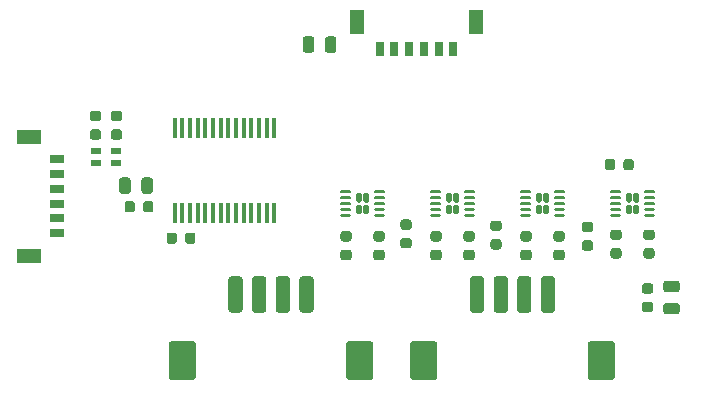
<source format=gbr>
%TF.GenerationSoftware,KiCad,Pcbnew,5.1.6-1.fc32*%
%TF.CreationDate,2020-07-03T14:53:20+01:00*%
%TF.ProjectId,4dc,3464632e-6b69-4636-9164-5f7063625858,rev?*%
%TF.SameCoordinates,Original*%
%TF.FileFunction,Paste,Top*%
%TF.FilePolarity,Positive*%
%FSLAX46Y46*%
G04 Gerber Fmt 4.6, Leading zero omitted, Abs format (unit mm)*
G04 Created by KiCad (PCBNEW 5.1.6-1.fc32) date 2020-07-03 14:53:20*
%MOMM*%
%LPD*%
G01*
G04 APERTURE LIST*
%ADD10R,0.450000X1.750000*%
%ADD11R,2.150000X1.300000*%
%ADD12R,1.200000X0.800000*%
%ADD13R,1.300000X2.150000*%
%ADD14R,0.800000X1.200000*%
%ADD15R,0.850000X0.500000*%
G04 APERTURE END LIST*
%TO.C,C3*%
G36*
G01*
X117887000Y-94866750D02*
X117887000Y-95379250D01*
G75*
G02*
X117668250Y-95598000I-218750J0D01*
G01*
X117230750Y-95598000D01*
G75*
G02*
X117012000Y-95379250I0J218750D01*
G01*
X117012000Y-94866750D01*
G75*
G02*
X117230750Y-94648000I218750J0D01*
G01*
X117668250Y-94648000D01*
G75*
G02*
X117887000Y-94866750I0J-218750D01*
G01*
G37*
G36*
G01*
X119462000Y-94866750D02*
X119462000Y-95379250D01*
G75*
G02*
X119243250Y-95598000I-218750J0D01*
G01*
X118805750Y-95598000D01*
G75*
G02*
X118587000Y-95379250I0J218750D01*
G01*
X118587000Y-94866750D01*
G75*
G02*
X118805750Y-94648000I218750J0D01*
G01*
X119243250Y-94648000D01*
G75*
G02*
X119462000Y-94866750I0J-218750D01*
G01*
G37*
%TD*%
%TO.C,C2*%
G36*
G01*
X121443000Y-97533750D02*
X121443000Y-98046250D01*
G75*
G02*
X121224250Y-98265000I-218750J0D01*
G01*
X120786750Y-98265000D01*
G75*
G02*
X120568000Y-98046250I0J218750D01*
G01*
X120568000Y-97533750D01*
G75*
G02*
X120786750Y-97315000I218750J0D01*
G01*
X121224250Y-97315000D01*
G75*
G02*
X121443000Y-97533750I0J-218750D01*
G01*
G37*
G36*
G01*
X123018000Y-97533750D02*
X123018000Y-98046250D01*
G75*
G02*
X122799250Y-98265000I-218750J0D01*
G01*
X122361750Y-98265000D01*
G75*
G02*
X122143000Y-98046250I0J218750D01*
G01*
X122143000Y-97533750D01*
G75*
G02*
X122361750Y-97315000I218750J0D01*
G01*
X122799250Y-97315000D01*
G75*
G02*
X123018000Y-97533750I0J-218750D01*
G01*
G37*
%TD*%
%TO.C,U3*%
G36*
G01*
X144840000Y-95654000D02*
X144840000Y-95084000D01*
G75*
G02*
X144960000Y-94964000I120000J0D01*
G01*
X145200000Y-94964000D01*
G75*
G02*
X145320000Y-95084000I0J-120000D01*
G01*
X145320000Y-95654000D01*
G75*
G02*
X145200000Y-95774000I-120000J0D01*
G01*
X144960000Y-95774000D01*
G75*
G02*
X144840000Y-95654000I0J120000D01*
G01*
G37*
G36*
G01*
X144840000Y-94654000D02*
X144840000Y-94084000D01*
G75*
G02*
X144960000Y-93964000I120000J0D01*
G01*
X145200000Y-93964000D01*
G75*
G02*
X145320000Y-94084000I0J-120000D01*
G01*
X145320000Y-94654000D01*
G75*
G02*
X145200000Y-94774000I-120000J0D01*
G01*
X144960000Y-94774000D01*
G75*
G02*
X144840000Y-94654000I0J120000D01*
G01*
G37*
G36*
G01*
X144240000Y-95654000D02*
X144240000Y-95084000D01*
G75*
G02*
X144360000Y-94964000I120000J0D01*
G01*
X144600000Y-94964000D01*
G75*
G02*
X144720000Y-95084000I0J-120000D01*
G01*
X144720000Y-95654000D01*
G75*
G02*
X144600000Y-95774000I-120000J0D01*
G01*
X144360000Y-95774000D01*
G75*
G02*
X144240000Y-95654000I0J120000D01*
G01*
G37*
G36*
G01*
X144240000Y-94654000D02*
X144240000Y-94084000D01*
G75*
G02*
X144360000Y-93964000I120000J0D01*
G01*
X144600000Y-93964000D01*
G75*
G02*
X144720000Y-94084000I0J-120000D01*
G01*
X144720000Y-94654000D01*
G75*
G02*
X144600000Y-94774000I-120000J0D01*
G01*
X144360000Y-94774000D01*
G75*
G02*
X144240000Y-94654000I0J120000D01*
G01*
G37*
G36*
G01*
X145780000Y-93931500D02*
X145780000Y-93806500D01*
G75*
G02*
X145842500Y-93744000I62500J0D01*
G01*
X146592500Y-93744000D01*
G75*
G02*
X146655000Y-93806500I0J-62500D01*
G01*
X146655000Y-93931500D01*
G75*
G02*
X146592500Y-93994000I-62500J0D01*
G01*
X145842500Y-93994000D01*
G75*
G02*
X145780000Y-93931500I0J62500D01*
G01*
G37*
G36*
G01*
X145780000Y-94431500D02*
X145780000Y-94306500D01*
G75*
G02*
X145842500Y-94244000I62500J0D01*
G01*
X146592500Y-94244000D01*
G75*
G02*
X146655000Y-94306500I0J-62500D01*
G01*
X146655000Y-94431500D01*
G75*
G02*
X146592500Y-94494000I-62500J0D01*
G01*
X145842500Y-94494000D01*
G75*
G02*
X145780000Y-94431500I0J62500D01*
G01*
G37*
G36*
G01*
X145780000Y-94931500D02*
X145780000Y-94806500D01*
G75*
G02*
X145842500Y-94744000I62500J0D01*
G01*
X146592500Y-94744000D01*
G75*
G02*
X146655000Y-94806500I0J-62500D01*
G01*
X146655000Y-94931500D01*
G75*
G02*
X146592500Y-94994000I-62500J0D01*
G01*
X145842500Y-94994000D01*
G75*
G02*
X145780000Y-94931500I0J62500D01*
G01*
G37*
G36*
G01*
X145780000Y-95431500D02*
X145780000Y-95306500D01*
G75*
G02*
X145842500Y-95244000I62500J0D01*
G01*
X146592500Y-95244000D01*
G75*
G02*
X146655000Y-95306500I0J-62500D01*
G01*
X146655000Y-95431500D01*
G75*
G02*
X146592500Y-95494000I-62500J0D01*
G01*
X145842500Y-95494000D01*
G75*
G02*
X145780000Y-95431500I0J62500D01*
G01*
G37*
G36*
G01*
X145780000Y-95931500D02*
X145780000Y-95806500D01*
G75*
G02*
X145842500Y-95744000I62500J0D01*
G01*
X146592500Y-95744000D01*
G75*
G02*
X146655000Y-95806500I0J-62500D01*
G01*
X146655000Y-95931500D01*
G75*
G02*
X146592500Y-95994000I-62500J0D01*
G01*
X145842500Y-95994000D01*
G75*
G02*
X145780000Y-95931500I0J62500D01*
G01*
G37*
G36*
G01*
X142905000Y-95931500D02*
X142905000Y-95806500D01*
G75*
G02*
X142967500Y-95744000I62500J0D01*
G01*
X143717500Y-95744000D01*
G75*
G02*
X143780000Y-95806500I0J-62500D01*
G01*
X143780000Y-95931500D01*
G75*
G02*
X143717500Y-95994000I-62500J0D01*
G01*
X142967500Y-95994000D01*
G75*
G02*
X142905000Y-95931500I0J62500D01*
G01*
G37*
G36*
G01*
X142905000Y-95431500D02*
X142905000Y-95306500D01*
G75*
G02*
X142967500Y-95244000I62500J0D01*
G01*
X143717500Y-95244000D01*
G75*
G02*
X143780000Y-95306500I0J-62500D01*
G01*
X143780000Y-95431500D01*
G75*
G02*
X143717500Y-95494000I-62500J0D01*
G01*
X142967500Y-95494000D01*
G75*
G02*
X142905000Y-95431500I0J62500D01*
G01*
G37*
G36*
G01*
X142905000Y-94931500D02*
X142905000Y-94806500D01*
G75*
G02*
X142967500Y-94744000I62500J0D01*
G01*
X143717500Y-94744000D01*
G75*
G02*
X143780000Y-94806500I0J-62500D01*
G01*
X143780000Y-94931500D01*
G75*
G02*
X143717500Y-94994000I-62500J0D01*
G01*
X142967500Y-94994000D01*
G75*
G02*
X142905000Y-94931500I0J62500D01*
G01*
G37*
G36*
G01*
X142905000Y-94431500D02*
X142905000Y-94306500D01*
G75*
G02*
X142967500Y-94244000I62500J0D01*
G01*
X143717500Y-94244000D01*
G75*
G02*
X143780000Y-94306500I0J-62500D01*
G01*
X143780000Y-94431500D01*
G75*
G02*
X143717500Y-94494000I-62500J0D01*
G01*
X142967500Y-94494000D01*
G75*
G02*
X142905000Y-94431500I0J62500D01*
G01*
G37*
G36*
G01*
X142905000Y-93931500D02*
X142905000Y-93806500D01*
G75*
G02*
X142967500Y-93744000I62500J0D01*
G01*
X143717500Y-93744000D01*
G75*
G02*
X143780000Y-93806500I0J-62500D01*
G01*
X143780000Y-93931500D01*
G75*
G02*
X143717500Y-93994000I-62500J0D01*
G01*
X142967500Y-93994000D01*
G75*
G02*
X142905000Y-93931500I0J62500D01*
G01*
G37*
%TD*%
%TO.C,U4*%
G36*
G01*
X152460000Y-95654000D02*
X152460000Y-95084000D01*
G75*
G02*
X152580000Y-94964000I120000J0D01*
G01*
X152820000Y-94964000D01*
G75*
G02*
X152940000Y-95084000I0J-120000D01*
G01*
X152940000Y-95654000D01*
G75*
G02*
X152820000Y-95774000I-120000J0D01*
G01*
X152580000Y-95774000D01*
G75*
G02*
X152460000Y-95654000I0J120000D01*
G01*
G37*
G36*
G01*
X152460000Y-94654000D02*
X152460000Y-94084000D01*
G75*
G02*
X152580000Y-93964000I120000J0D01*
G01*
X152820000Y-93964000D01*
G75*
G02*
X152940000Y-94084000I0J-120000D01*
G01*
X152940000Y-94654000D01*
G75*
G02*
X152820000Y-94774000I-120000J0D01*
G01*
X152580000Y-94774000D01*
G75*
G02*
X152460000Y-94654000I0J120000D01*
G01*
G37*
G36*
G01*
X151860000Y-95654000D02*
X151860000Y-95084000D01*
G75*
G02*
X151980000Y-94964000I120000J0D01*
G01*
X152220000Y-94964000D01*
G75*
G02*
X152340000Y-95084000I0J-120000D01*
G01*
X152340000Y-95654000D01*
G75*
G02*
X152220000Y-95774000I-120000J0D01*
G01*
X151980000Y-95774000D01*
G75*
G02*
X151860000Y-95654000I0J120000D01*
G01*
G37*
G36*
G01*
X151860000Y-94654000D02*
X151860000Y-94084000D01*
G75*
G02*
X151980000Y-93964000I120000J0D01*
G01*
X152220000Y-93964000D01*
G75*
G02*
X152340000Y-94084000I0J-120000D01*
G01*
X152340000Y-94654000D01*
G75*
G02*
X152220000Y-94774000I-120000J0D01*
G01*
X151980000Y-94774000D01*
G75*
G02*
X151860000Y-94654000I0J120000D01*
G01*
G37*
G36*
G01*
X153400000Y-93931500D02*
X153400000Y-93806500D01*
G75*
G02*
X153462500Y-93744000I62500J0D01*
G01*
X154212500Y-93744000D01*
G75*
G02*
X154275000Y-93806500I0J-62500D01*
G01*
X154275000Y-93931500D01*
G75*
G02*
X154212500Y-93994000I-62500J0D01*
G01*
X153462500Y-93994000D01*
G75*
G02*
X153400000Y-93931500I0J62500D01*
G01*
G37*
G36*
G01*
X153400000Y-94431500D02*
X153400000Y-94306500D01*
G75*
G02*
X153462500Y-94244000I62500J0D01*
G01*
X154212500Y-94244000D01*
G75*
G02*
X154275000Y-94306500I0J-62500D01*
G01*
X154275000Y-94431500D01*
G75*
G02*
X154212500Y-94494000I-62500J0D01*
G01*
X153462500Y-94494000D01*
G75*
G02*
X153400000Y-94431500I0J62500D01*
G01*
G37*
G36*
G01*
X153400000Y-94931500D02*
X153400000Y-94806500D01*
G75*
G02*
X153462500Y-94744000I62500J0D01*
G01*
X154212500Y-94744000D01*
G75*
G02*
X154275000Y-94806500I0J-62500D01*
G01*
X154275000Y-94931500D01*
G75*
G02*
X154212500Y-94994000I-62500J0D01*
G01*
X153462500Y-94994000D01*
G75*
G02*
X153400000Y-94931500I0J62500D01*
G01*
G37*
G36*
G01*
X153400000Y-95431500D02*
X153400000Y-95306500D01*
G75*
G02*
X153462500Y-95244000I62500J0D01*
G01*
X154212500Y-95244000D01*
G75*
G02*
X154275000Y-95306500I0J-62500D01*
G01*
X154275000Y-95431500D01*
G75*
G02*
X154212500Y-95494000I-62500J0D01*
G01*
X153462500Y-95494000D01*
G75*
G02*
X153400000Y-95431500I0J62500D01*
G01*
G37*
G36*
G01*
X153400000Y-95931500D02*
X153400000Y-95806500D01*
G75*
G02*
X153462500Y-95744000I62500J0D01*
G01*
X154212500Y-95744000D01*
G75*
G02*
X154275000Y-95806500I0J-62500D01*
G01*
X154275000Y-95931500D01*
G75*
G02*
X154212500Y-95994000I-62500J0D01*
G01*
X153462500Y-95994000D01*
G75*
G02*
X153400000Y-95931500I0J62500D01*
G01*
G37*
G36*
G01*
X150525000Y-95931500D02*
X150525000Y-95806500D01*
G75*
G02*
X150587500Y-95744000I62500J0D01*
G01*
X151337500Y-95744000D01*
G75*
G02*
X151400000Y-95806500I0J-62500D01*
G01*
X151400000Y-95931500D01*
G75*
G02*
X151337500Y-95994000I-62500J0D01*
G01*
X150587500Y-95994000D01*
G75*
G02*
X150525000Y-95931500I0J62500D01*
G01*
G37*
G36*
G01*
X150525000Y-95431500D02*
X150525000Y-95306500D01*
G75*
G02*
X150587500Y-95244000I62500J0D01*
G01*
X151337500Y-95244000D01*
G75*
G02*
X151400000Y-95306500I0J-62500D01*
G01*
X151400000Y-95431500D01*
G75*
G02*
X151337500Y-95494000I-62500J0D01*
G01*
X150587500Y-95494000D01*
G75*
G02*
X150525000Y-95431500I0J62500D01*
G01*
G37*
G36*
G01*
X150525000Y-94931500D02*
X150525000Y-94806500D01*
G75*
G02*
X150587500Y-94744000I62500J0D01*
G01*
X151337500Y-94744000D01*
G75*
G02*
X151400000Y-94806500I0J-62500D01*
G01*
X151400000Y-94931500D01*
G75*
G02*
X151337500Y-94994000I-62500J0D01*
G01*
X150587500Y-94994000D01*
G75*
G02*
X150525000Y-94931500I0J62500D01*
G01*
G37*
G36*
G01*
X150525000Y-94431500D02*
X150525000Y-94306500D01*
G75*
G02*
X150587500Y-94244000I62500J0D01*
G01*
X151337500Y-94244000D01*
G75*
G02*
X151400000Y-94306500I0J-62500D01*
G01*
X151400000Y-94431500D01*
G75*
G02*
X151337500Y-94494000I-62500J0D01*
G01*
X150587500Y-94494000D01*
G75*
G02*
X150525000Y-94431500I0J62500D01*
G01*
G37*
G36*
G01*
X150525000Y-93931500D02*
X150525000Y-93806500D01*
G75*
G02*
X150587500Y-93744000I62500J0D01*
G01*
X151337500Y-93744000D01*
G75*
G02*
X151400000Y-93806500I0J-62500D01*
G01*
X151400000Y-93931500D01*
G75*
G02*
X151337500Y-93994000I-62500J0D01*
G01*
X150587500Y-93994000D01*
G75*
G02*
X150525000Y-93931500I0J62500D01*
G01*
G37*
%TD*%
%TO.C,U5*%
G36*
G01*
X160080000Y-95654000D02*
X160080000Y-95084000D01*
G75*
G02*
X160200000Y-94964000I120000J0D01*
G01*
X160440000Y-94964000D01*
G75*
G02*
X160560000Y-95084000I0J-120000D01*
G01*
X160560000Y-95654000D01*
G75*
G02*
X160440000Y-95774000I-120000J0D01*
G01*
X160200000Y-95774000D01*
G75*
G02*
X160080000Y-95654000I0J120000D01*
G01*
G37*
G36*
G01*
X160080000Y-94654000D02*
X160080000Y-94084000D01*
G75*
G02*
X160200000Y-93964000I120000J0D01*
G01*
X160440000Y-93964000D01*
G75*
G02*
X160560000Y-94084000I0J-120000D01*
G01*
X160560000Y-94654000D01*
G75*
G02*
X160440000Y-94774000I-120000J0D01*
G01*
X160200000Y-94774000D01*
G75*
G02*
X160080000Y-94654000I0J120000D01*
G01*
G37*
G36*
G01*
X159480000Y-95654000D02*
X159480000Y-95084000D01*
G75*
G02*
X159600000Y-94964000I120000J0D01*
G01*
X159840000Y-94964000D01*
G75*
G02*
X159960000Y-95084000I0J-120000D01*
G01*
X159960000Y-95654000D01*
G75*
G02*
X159840000Y-95774000I-120000J0D01*
G01*
X159600000Y-95774000D01*
G75*
G02*
X159480000Y-95654000I0J120000D01*
G01*
G37*
G36*
G01*
X159480000Y-94654000D02*
X159480000Y-94084000D01*
G75*
G02*
X159600000Y-93964000I120000J0D01*
G01*
X159840000Y-93964000D01*
G75*
G02*
X159960000Y-94084000I0J-120000D01*
G01*
X159960000Y-94654000D01*
G75*
G02*
X159840000Y-94774000I-120000J0D01*
G01*
X159600000Y-94774000D01*
G75*
G02*
X159480000Y-94654000I0J120000D01*
G01*
G37*
G36*
G01*
X161020000Y-93931500D02*
X161020000Y-93806500D01*
G75*
G02*
X161082500Y-93744000I62500J0D01*
G01*
X161832500Y-93744000D01*
G75*
G02*
X161895000Y-93806500I0J-62500D01*
G01*
X161895000Y-93931500D01*
G75*
G02*
X161832500Y-93994000I-62500J0D01*
G01*
X161082500Y-93994000D01*
G75*
G02*
X161020000Y-93931500I0J62500D01*
G01*
G37*
G36*
G01*
X161020000Y-94431500D02*
X161020000Y-94306500D01*
G75*
G02*
X161082500Y-94244000I62500J0D01*
G01*
X161832500Y-94244000D01*
G75*
G02*
X161895000Y-94306500I0J-62500D01*
G01*
X161895000Y-94431500D01*
G75*
G02*
X161832500Y-94494000I-62500J0D01*
G01*
X161082500Y-94494000D01*
G75*
G02*
X161020000Y-94431500I0J62500D01*
G01*
G37*
G36*
G01*
X161020000Y-94931500D02*
X161020000Y-94806500D01*
G75*
G02*
X161082500Y-94744000I62500J0D01*
G01*
X161832500Y-94744000D01*
G75*
G02*
X161895000Y-94806500I0J-62500D01*
G01*
X161895000Y-94931500D01*
G75*
G02*
X161832500Y-94994000I-62500J0D01*
G01*
X161082500Y-94994000D01*
G75*
G02*
X161020000Y-94931500I0J62500D01*
G01*
G37*
G36*
G01*
X161020000Y-95431500D02*
X161020000Y-95306500D01*
G75*
G02*
X161082500Y-95244000I62500J0D01*
G01*
X161832500Y-95244000D01*
G75*
G02*
X161895000Y-95306500I0J-62500D01*
G01*
X161895000Y-95431500D01*
G75*
G02*
X161832500Y-95494000I-62500J0D01*
G01*
X161082500Y-95494000D01*
G75*
G02*
X161020000Y-95431500I0J62500D01*
G01*
G37*
G36*
G01*
X161020000Y-95931500D02*
X161020000Y-95806500D01*
G75*
G02*
X161082500Y-95744000I62500J0D01*
G01*
X161832500Y-95744000D01*
G75*
G02*
X161895000Y-95806500I0J-62500D01*
G01*
X161895000Y-95931500D01*
G75*
G02*
X161832500Y-95994000I-62500J0D01*
G01*
X161082500Y-95994000D01*
G75*
G02*
X161020000Y-95931500I0J62500D01*
G01*
G37*
G36*
G01*
X158145000Y-95931500D02*
X158145000Y-95806500D01*
G75*
G02*
X158207500Y-95744000I62500J0D01*
G01*
X158957500Y-95744000D01*
G75*
G02*
X159020000Y-95806500I0J-62500D01*
G01*
X159020000Y-95931500D01*
G75*
G02*
X158957500Y-95994000I-62500J0D01*
G01*
X158207500Y-95994000D01*
G75*
G02*
X158145000Y-95931500I0J62500D01*
G01*
G37*
G36*
G01*
X158145000Y-95431500D02*
X158145000Y-95306500D01*
G75*
G02*
X158207500Y-95244000I62500J0D01*
G01*
X158957500Y-95244000D01*
G75*
G02*
X159020000Y-95306500I0J-62500D01*
G01*
X159020000Y-95431500D01*
G75*
G02*
X158957500Y-95494000I-62500J0D01*
G01*
X158207500Y-95494000D01*
G75*
G02*
X158145000Y-95431500I0J62500D01*
G01*
G37*
G36*
G01*
X158145000Y-94931500D02*
X158145000Y-94806500D01*
G75*
G02*
X158207500Y-94744000I62500J0D01*
G01*
X158957500Y-94744000D01*
G75*
G02*
X159020000Y-94806500I0J-62500D01*
G01*
X159020000Y-94931500D01*
G75*
G02*
X158957500Y-94994000I-62500J0D01*
G01*
X158207500Y-94994000D01*
G75*
G02*
X158145000Y-94931500I0J62500D01*
G01*
G37*
G36*
G01*
X158145000Y-94431500D02*
X158145000Y-94306500D01*
G75*
G02*
X158207500Y-94244000I62500J0D01*
G01*
X158957500Y-94244000D01*
G75*
G02*
X159020000Y-94306500I0J-62500D01*
G01*
X159020000Y-94431500D01*
G75*
G02*
X158957500Y-94494000I-62500J0D01*
G01*
X158207500Y-94494000D01*
G75*
G02*
X158145000Y-94431500I0J62500D01*
G01*
G37*
G36*
G01*
X158145000Y-93931500D02*
X158145000Y-93806500D01*
G75*
G02*
X158207500Y-93744000I62500J0D01*
G01*
X158957500Y-93744000D01*
G75*
G02*
X159020000Y-93806500I0J-62500D01*
G01*
X159020000Y-93931500D01*
G75*
G02*
X158957500Y-93994000I-62500J0D01*
G01*
X158207500Y-93994000D01*
G75*
G02*
X158145000Y-93931500I0J62500D01*
G01*
G37*
%TD*%
%TO.C,U2*%
G36*
G01*
X137220000Y-95654000D02*
X137220000Y-95084000D01*
G75*
G02*
X137340000Y-94964000I120000J0D01*
G01*
X137580000Y-94964000D01*
G75*
G02*
X137700000Y-95084000I0J-120000D01*
G01*
X137700000Y-95654000D01*
G75*
G02*
X137580000Y-95774000I-120000J0D01*
G01*
X137340000Y-95774000D01*
G75*
G02*
X137220000Y-95654000I0J120000D01*
G01*
G37*
G36*
G01*
X137220000Y-94654000D02*
X137220000Y-94084000D01*
G75*
G02*
X137340000Y-93964000I120000J0D01*
G01*
X137580000Y-93964000D01*
G75*
G02*
X137700000Y-94084000I0J-120000D01*
G01*
X137700000Y-94654000D01*
G75*
G02*
X137580000Y-94774000I-120000J0D01*
G01*
X137340000Y-94774000D01*
G75*
G02*
X137220000Y-94654000I0J120000D01*
G01*
G37*
G36*
G01*
X136620000Y-95654000D02*
X136620000Y-95084000D01*
G75*
G02*
X136740000Y-94964000I120000J0D01*
G01*
X136980000Y-94964000D01*
G75*
G02*
X137100000Y-95084000I0J-120000D01*
G01*
X137100000Y-95654000D01*
G75*
G02*
X136980000Y-95774000I-120000J0D01*
G01*
X136740000Y-95774000D01*
G75*
G02*
X136620000Y-95654000I0J120000D01*
G01*
G37*
G36*
G01*
X136620000Y-94654000D02*
X136620000Y-94084000D01*
G75*
G02*
X136740000Y-93964000I120000J0D01*
G01*
X136980000Y-93964000D01*
G75*
G02*
X137100000Y-94084000I0J-120000D01*
G01*
X137100000Y-94654000D01*
G75*
G02*
X136980000Y-94774000I-120000J0D01*
G01*
X136740000Y-94774000D01*
G75*
G02*
X136620000Y-94654000I0J120000D01*
G01*
G37*
G36*
G01*
X138160000Y-93931500D02*
X138160000Y-93806500D01*
G75*
G02*
X138222500Y-93744000I62500J0D01*
G01*
X138972500Y-93744000D01*
G75*
G02*
X139035000Y-93806500I0J-62500D01*
G01*
X139035000Y-93931500D01*
G75*
G02*
X138972500Y-93994000I-62500J0D01*
G01*
X138222500Y-93994000D01*
G75*
G02*
X138160000Y-93931500I0J62500D01*
G01*
G37*
G36*
G01*
X138160000Y-94431500D02*
X138160000Y-94306500D01*
G75*
G02*
X138222500Y-94244000I62500J0D01*
G01*
X138972500Y-94244000D01*
G75*
G02*
X139035000Y-94306500I0J-62500D01*
G01*
X139035000Y-94431500D01*
G75*
G02*
X138972500Y-94494000I-62500J0D01*
G01*
X138222500Y-94494000D01*
G75*
G02*
X138160000Y-94431500I0J62500D01*
G01*
G37*
G36*
G01*
X138160000Y-94931500D02*
X138160000Y-94806500D01*
G75*
G02*
X138222500Y-94744000I62500J0D01*
G01*
X138972500Y-94744000D01*
G75*
G02*
X139035000Y-94806500I0J-62500D01*
G01*
X139035000Y-94931500D01*
G75*
G02*
X138972500Y-94994000I-62500J0D01*
G01*
X138222500Y-94994000D01*
G75*
G02*
X138160000Y-94931500I0J62500D01*
G01*
G37*
G36*
G01*
X138160000Y-95431500D02*
X138160000Y-95306500D01*
G75*
G02*
X138222500Y-95244000I62500J0D01*
G01*
X138972500Y-95244000D01*
G75*
G02*
X139035000Y-95306500I0J-62500D01*
G01*
X139035000Y-95431500D01*
G75*
G02*
X138972500Y-95494000I-62500J0D01*
G01*
X138222500Y-95494000D01*
G75*
G02*
X138160000Y-95431500I0J62500D01*
G01*
G37*
G36*
G01*
X138160000Y-95931500D02*
X138160000Y-95806500D01*
G75*
G02*
X138222500Y-95744000I62500J0D01*
G01*
X138972500Y-95744000D01*
G75*
G02*
X139035000Y-95806500I0J-62500D01*
G01*
X139035000Y-95931500D01*
G75*
G02*
X138972500Y-95994000I-62500J0D01*
G01*
X138222500Y-95994000D01*
G75*
G02*
X138160000Y-95931500I0J62500D01*
G01*
G37*
G36*
G01*
X135285000Y-95931500D02*
X135285000Y-95806500D01*
G75*
G02*
X135347500Y-95744000I62500J0D01*
G01*
X136097500Y-95744000D01*
G75*
G02*
X136160000Y-95806500I0J-62500D01*
G01*
X136160000Y-95931500D01*
G75*
G02*
X136097500Y-95994000I-62500J0D01*
G01*
X135347500Y-95994000D01*
G75*
G02*
X135285000Y-95931500I0J62500D01*
G01*
G37*
G36*
G01*
X135285000Y-95431500D02*
X135285000Y-95306500D01*
G75*
G02*
X135347500Y-95244000I62500J0D01*
G01*
X136097500Y-95244000D01*
G75*
G02*
X136160000Y-95306500I0J-62500D01*
G01*
X136160000Y-95431500D01*
G75*
G02*
X136097500Y-95494000I-62500J0D01*
G01*
X135347500Y-95494000D01*
G75*
G02*
X135285000Y-95431500I0J62500D01*
G01*
G37*
G36*
G01*
X135285000Y-94931500D02*
X135285000Y-94806500D01*
G75*
G02*
X135347500Y-94744000I62500J0D01*
G01*
X136097500Y-94744000D01*
G75*
G02*
X136160000Y-94806500I0J-62500D01*
G01*
X136160000Y-94931500D01*
G75*
G02*
X136097500Y-94994000I-62500J0D01*
G01*
X135347500Y-94994000D01*
G75*
G02*
X135285000Y-94931500I0J62500D01*
G01*
G37*
G36*
G01*
X135285000Y-94431500D02*
X135285000Y-94306500D01*
G75*
G02*
X135347500Y-94244000I62500J0D01*
G01*
X136097500Y-94244000D01*
G75*
G02*
X136160000Y-94306500I0J-62500D01*
G01*
X136160000Y-94431500D01*
G75*
G02*
X136097500Y-94494000I-62500J0D01*
G01*
X135347500Y-94494000D01*
G75*
G02*
X135285000Y-94431500I0J62500D01*
G01*
G37*
G36*
G01*
X135285000Y-93931500D02*
X135285000Y-93806500D01*
G75*
G02*
X135347500Y-93744000I62500J0D01*
G01*
X136097500Y-93744000D01*
G75*
G02*
X136160000Y-93806500I0J-62500D01*
G01*
X136160000Y-93931500D01*
G75*
G02*
X136097500Y-93994000I-62500J0D01*
G01*
X135347500Y-93994000D01*
G75*
G02*
X135285000Y-93931500I0J62500D01*
G01*
G37*
%TD*%
D10*
%TO.C,U1*%
X129701000Y-95675000D03*
X129051000Y-95675000D03*
X128401000Y-95675000D03*
X127751000Y-95675000D03*
X127101000Y-95675000D03*
X126451000Y-95675000D03*
X125801000Y-95675000D03*
X125151000Y-95675000D03*
X124501000Y-95675000D03*
X123851000Y-95675000D03*
X123201000Y-95675000D03*
X122551000Y-95675000D03*
X121901000Y-95675000D03*
X121251000Y-95675000D03*
X121251000Y-88475000D03*
X121901000Y-88475000D03*
X122551000Y-88475000D03*
X123201000Y-88475000D03*
X123851000Y-88475000D03*
X124501000Y-88475000D03*
X125151000Y-88475000D03*
X125801000Y-88475000D03*
X126451000Y-88475000D03*
X127101000Y-88475000D03*
X127751000Y-88475000D03*
X128401000Y-88475000D03*
X129051000Y-88475000D03*
X129701000Y-88475000D03*
%TD*%
%TO.C,R2*%
G36*
G01*
X114297750Y-88589500D02*
X114810250Y-88589500D01*
G75*
G02*
X115029000Y-88808250I0J-218750D01*
G01*
X115029000Y-89245750D01*
G75*
G02*
X114810250Y-89464500I-218750J0D01*
G01*
X114297750Y-89464500D01*
G75*
G02*
X114079000Y-89245750I0J218750D01*
G01*
X114079000Y-88808250D01*
G75*
G02*
X114297750Y-88589500I218750J0D01*
G01*
G37*
G36*
G01*
X114297750Y-87014500D02*
X114810250Y-87014500D01*
G75*
G02*
X115029000Y-87233250I0J-218750D01*
G01*
X115029000Y-87670750D01*
G75*
G02*
X114810250Y-87889500I-218750J0D01*
G01*
X114297750Y-87889500D01*
G75*
G02*
X114079000Y-87670750I0J218750D01*
G01*
X114079000Y-87233250D01*
G75*
G02*
X114297750Y-87014500I218750J0D01*
G01*
G37*
%TD*%
%TO.C,R1*%
G36*
G01*
X116075750Y-88589500D02*
X116588250Y-88589500D01*
G75*
G02*
X116807000Y-88808250I0J-218750D01*
G01*
X116807000Y-89245750D01*
G75*
G02*
X116588250Y-89464500I-218750J0D01*
G01*
X116075750Y-89464500D01*
G75*
G02*
X115857000Y-89245750I0J218750D01*
G01*
X115857000Y-88808250D01*
G75*
G02*
X116075750Y-88589500I218750J0D01*
G01*
G37*
G36*
G01*
X116075750Y-87014500D02*
X116588250Y-87014500D01*
G75*
G02*
X116807000Y-87233250I0J-218750D01*
G01*
X116807000Y-87670750D01*
G75*
G02*
X116588250Y-87889500I-218750J0D01*
G01*
X116075750Y-87889500D01*
G75*
G02*
X115857000Y-87670750I0J218750D01*
G01*
X115857000Y-87233250D01*
G75*
G02*
X116075750Y-87014500I218750J0D01*
G01*
G37*
%TD*%
%TO.C,J6*%
G36*
G01*
X156230000Y-109560000D02*
X156230000Y-106760000D01*
G75*
G02*
X156480000Y-106510000I250000J0D01*
G01*
X158280000Y-106510000D01*
G75*
G02*
X158530000Y-106760000I0J-250000D01*
G01*
X158530000Y-109560000D01*
G75*
G02*
X158280000Y-109810000I-250000J0D01*
G01*
X156480000Y-109810000D01*
G75*
G02*
X156230000Y-109560000I0J250000D01*
G01*
G37*
G36*
G01*
X141190000Y-109560000D02*
X141190000Y-106760000D01*
G75*
G02*
X141440000Y-106510000I250000J0D01*
G01*
X143240000Y-106510000D01*
G75*
G02*
X143490000Y-106760000I0J-250000D01*
G01*
X143490000Y-109560000D01*
G75*
G02*
X143240000Y-109810000I-250000J0D01*
G01*
X141440000Y-109810000D01*
G75*
G02*
X141190000Y-109560000I0J250000D01*
G01*
G37*
G36*
G01*
X152260000Y-103860001D02*
X152260000Y-101259999D01*
G75*
G02*
X152509999Y-101010000I249999J0D01*
G01*
X153210001Y-101010000D01*
G75*
G02*
X153460000Y-101259999I0J-249999D01*
G01*
X153460000Y-103860001D01*
G75*
G02*
X153210001Y-104110000I-249999J0D01*
G01*
X152509999Y-104110000D01*
G75*
G02*
X152260000Y-103860001I0J249999D01*
G01*
G37*
G36*
G01*
X150260000Y-103860001D02*
X150260000Y-101259999D01*
G75*
G02*
X150509999Y-101010000I249999J0D01*
G01*
X151210001Y-101010000D01*
G75*
G02*
X151460000Y-101259999I0J-249999D01*
G01*
X151460000Y-103860001D01*
G75*
G02*
X151210001Y-104110000I-249999J0D01*
G01*
X150509999Y-104110000D01*
G75*
G02*
X150260000Y-103860001I0J249999D01*
G01*
G37*
G36*
G01*
X148260000Y-103860001D02*
X148260000Y-101259999D01*
G75*
G02*
X148509999Y-101010000I249999J0D01*
G01*
X149210001Y-101010000D01*
G75*
G02*
X149460000Y-101259999I0J-249999D01*
G01*
X149460000Y-103860001D01*
G75*
G02*
X149210001Y-104110000I-249999J0D01*
G01*
X148509999Y-104110000D01*
G75*
G02*
X148260000Y-103860001I0J249999D01*
G01*
G37*
G36*
G01*
X146260000Y-103860001D02*
X146260000Y-101259999D01*
G75*
G02*
X146509999Y-101010000I249999J0D01*
G01*
X147210001Y-101010000D01*
G75*
G02*
X147460000Y-101259999I0J-249999D01*
G01*
X147460000Y-103860001D01*
G75*
G02*
X147210001Y-104110000I-249999J0D01*
G01*
X146509999Y-104110000D01*
G75*
G02*
X146260000Y-103860001I0J249999D01*
G01*
G37*
%TD*%
%TO.C,J5*%
G36*
G01*
X135783000Y-109560000D02*
X135783000Y-106760000D01*
G75*
G02*
X136033000Y-106510000I250000J0D01*
G01*
X137833000Y-106510000D01*
G75*
G02*
X138083000Y-106760000I0J-250000D01*
G01*
X138083000Y-109560000D01*
G75*
G02*
X137833000Y-109810000I-250000J0D01*
G01*
X136033000Y-109810000D01*
G75*
G02*
X135783000Y-109560000I0J250000D01*
G01*
G37*
G36*
G01*
X120743000Y-109560000D02*
X120743000Y-106760000D01*
G75*
G02*
X120993000Y-106510000I250000J0D01*
G01*
X122793000Y-106510000D01*
G75*
G02*
X123043000Y-106760000I0J-250000D01*
G01*
X123043000Y-109560000D01*
G75*
G02*
X122793000Y-109810000I-250000J0D01*
G01*
X120993000Y-109810000D01*
G75*
G02*
X120743000Y-109560000I0J250000D01*
G01*
G37*
G36*
G01*
X131813000Y-103860001D02*
X131813000Y-101259999D01*
G75*
G02*
X132062999Y-101010000I249999J0D01*
G01*
X132763001Y-101010000D01*
G75*
G02*
X133013000Y-101259999I0J-249999D01*
G01*
X133013000Y-103860001D01*
G75*
G02*
X132763001Y-104110000I-249999J0D01*
G01*
X132062999Y-104110000D01*
G75*
G02*
X131813000Y-103860001I0J249999D01*
G01*
G37*
G36*
G01*
X129813000Y-103860001D02*
X129813000Y-101259999D01*
G75*
G02*
X130062999Y-101010000I249999J0D01*
G01*
X130763001Y-101010000D01*
G75*
G02*
X131013000Y-101259999I0J-249999D01*
G01*
X131013000Y-103860001D01*
G75*
G02*
X130763001Y-104110000I-249999J0D01*
G01*
X130062999Y-104110000D01*
G75*
G02*
X129813000Y-103860001I0J249999D01*
G01*
G37*
G36*
G01*
X127813000Y-103860001D02*
X127813000Y-101259999D01*
G75*
G02*
X128062999Y-101010000I249999J0D01*
G01*
X128763001Y-101010000D01*
G75*
G02*
X129013000Y-101259999I0J-249999D01*
G01*
X129013000Y-103860001D01*
G75*
G02*
X128763001Y-104110000I-249999J0D01*
G01*
X128062999Y-104110000D01*
G75*
G02*
X127813000Y-103860001I0J249999D01*
G01*
G37*
G36*
G01*
X125813000Y-103860001D02*
X125813000Y-101259999D01*
G75*
G02*
X126062999Y-101010000I249999J0D01*
G01*
X126763001Y-101010000D01*
G75*
G02*
X127013000Y-101259999I0J-249999D01*
G01*
X127013000Y-103860001D01*
G75*
G02*
X126763001Y-104110000I-249999J0D01*
G01*
X126062999Y-104110000D01*
G75*
G02*
X125813000Y-103860001I0J249999D01*
G01*
G37*
%TD*%
D11*
%TO.C,J4*%
X108957000Y-89209000D03*
X108957000Y-99259000D03*
D12*
X111252000Y-97359000D03*
X111252000Y-96109000D03*
X111252000Y-94859000D03*
X111252000Y-93609000D03*
X111252000Y-92359000D03*
X111252000Y-91109000D03*
%TD*%
D13*
%TO.C,J3*%
X146757000Y-79493000D03*
X136707000Y-79493000D03*
D14*
X138607000Y-81788000D03*
X139857000Y-81788000D03*
X141107000Y-81788000D03*
X142357000Y-81788000D03*
X143607000Y-81788000D03*
X144857000Y-81788000D03*
%TD*%
D15*
%TO.C,D1*%
X116304000Y-91440000D03*
X116304000Y-90440000D03*
X114554000Y-90440000D03*
X114554000Y-91440000D03*
%TD*%
%TO.C,C18*%
G36*
G01*
X150746750Y-98775000D02*
X151259250Y-98775000D01*
G75*
G02*
X151478000Y-98993750I0J-218750D01*
G01*
X151478000Y-99431250D01*
G75*
G02*
X151259250Y-99650000I-218750J0D01*
G01*
X150746750Y-99650000D01*
G75*
G02*
X150528000Y-99431250I0J218750D01*
G01*
X150528000Y-98993750D01*
G75*
G02*
X150746750Y-98775000I218750J0D01*
G01*
G37*
G36*
G01*
X150746750Y-97200000D02*
X151259250Y-97200000D01*
G75*
G02*
X151478000Y-97418750I0J-218750D01*
G01*
X151478000Y-97856250D01*
G75*
G02*
X151259250Y-98075000I-218750J0D01*
G01*
X150746750Y-98075000D01*
G75*
G02*
X150528000Y-97856250I0J218750D01*
G01*
X150528000Y-97418750D01*
G75*
G02*
X150746750Y-97200000I218750J0D01*
G01*
G37*
%TD*%
%TO.C,C17*%
G36*
G01*
X135506750Y-98775000D02*
X136019250Y-98775000D01*
G75*
G02*
X136238000Y-98993750I0J-218750D01*
G01*
X136238000Y-99431250D01*
G75*
G02*
X136019250Y-99650000I-218750J0D01*
G01*
X135506750Y-99650000D01*
G75*
G02*
X135288000Y-99431250I0J218750D01*
G01*
X135288000Y-98993750D01*
G75*
G02*
X135506750Y-98775000I218750J0D01*
G01*
G37*
G36*
G01*
X135506750Y-97200000D02*
X136019250Y-97200000D01*
G75*
G02*
X136238000Y-97418750I0J-218750D01*
G01*
X136238000Y-97856250D01*
G75*
G02*
X136019250Y-98075000I-218750J0D01*
G01*
X135506750Y-98075000D01*
G75*
G02*
X135288000Y-97856250I0J218750D01*
G01*
X135288000Y-97418750D01*
G75*
G02*
X135506750Y-97200000I218750J0D01*
G01*
G37*
%TD*%
%TO.C,C16*%
G36*
G01*
X153540750Y-98775000D02*
X154053250Y-98775000D01*
G75*
G02*
X154272000Y-98993750I0J-218750D01*
G01*
X154272000Y-99431250D01*
G75*
G02*
X154053250Y-99650000I-218750J0D01*
G01*
X153540750Y-99650000D01*
G75*
G02*
X153322000Y-99431250I0J218750D01*
G01*
X153322000Y-98993750D01*
G75*
G02*
X153540750Y-98775000I218750J0D01*
G01*
G37*
G36*
G01*
X153540750Y-97200000D02*
X154053250Y-97200000D01*
G75*
G02*
X154272000Y-97418750I0J-218750D01*
G01*
X154272000Y-97856250D01*
G75*
G02*
X154053250Y-98075000I-218750J0D01*
G01*
X153540750Y-98075000D01*
G75*
G02*
X153322000Y-97856250I0J218750D01*
G01*
X153322000Y-97418750D01*
G75*
G02*
X153540750Y-97200000I218750J0D01*
G01*
G37*
%TD*%
%TO.C,C15*%
G36*
G01*
X138300750Y-98775000D02*
X138813250Y-98775000D01*
G75*
G02*
X139032000Y-98993750I0J-218750D01*
G01*
X139032000Y-99431250D01*
G75*
G02*
X138813250Y-99650000I-218750J0D01*
G01*
X138300750Y-99650000D01*
G75*
G02*
X138082000Y-99431250I0J218750D01*
G01*
X138082000Y-98993750D01*
G75*
G02*
X138300750Y-98775000I218750J0D01*
G01*
G37*
G36*
G01*
X138300750Y-97200000D02*
X138813250Y-97200000D01*
G75*
G02*
X139032000Y-97418750I0J-218750D01*
G01*
X139032000Y-97856250D01*
G75*
G02*
X138813250Y-98075000I-218750J0D01*
G01*
X138300750Y-98075000D01*
G75*
G02*
X138082000Y-97856250I0J218750D01*
G01*
X138082000Y-97418750D01*
G75*
G02*
X138300750Y-97200000I218750J0D01*
G01*
G37*
%TD*%
%TO.C,C14*%
G36*
G01*
X158366750Y-98648000D02*
X158879250Y-98648000D01*
G75*
G02*
X159098000Y-98866750I0J-218750D01*
G01*
X159098000Y-99304250D01*
G75*
G02*
X158879250Y-99523000I-218750J0D01*
G01*
X158366750Y-99523000D01*
G75*
G02*
X158148000Y-99304250I0J218750D01*
G01*
X158148000Y-98866750D01*
G75*
G02*
X158366750Y-98648000I218750J0D01*
G01*
G37*
G36*
G01*
X158366750Y-97073000D02*
X158879250Y-97073000D01*
G75*
G02*
X159098000Y-97291750I0J-218750D01*
G01*
X159098000Y-97729250D01*
G75*
G02*
X158879250Y-97948000I-218750J0D01*
G01*
X158366750Y-97948000D01*
G75*
G02*
X158148000Y-97729250I0J218750D01*
G01*
X158148000Y-97291750D01*
G75*
G02*
X158366750Y-97073000I218750J0D01*
G01*
G37*
%TD*%
%TO.C,C13*%
G36*
G01*
X143126750Y-98775000D02*
X143639250Y-98775000D01*
G75*
G02*
X143858000Y-98993750I0J-218750D01*
G01*
X143858000Y-99431250D01*
G75*
G02*
X143639250Y-99650000I-218750J0D01*
G01*
X143126750Y-99650000D01*
G75*
G02*
X142908000Y-99431250I0J218750D01*
G01*
X142908000Y-98993750D01*
G75*
G02*
X143126750Y-98775000I218750J0D01*
G01*
G37*
G36*
G01*
X143126750Y-97200000D02*
X143639250Y-97200000D01*
G75*
G02*
X143858000Y-97418750I0J-218750D01*
G01*
X143858000Y-97856250D01*
G75*
G02*
X143639250Y-98075000I-218750J0D01*
G01*
X143126750Y-98075000D01*
G75*
G02*
X142908000Y-97856250I0J218750D01*
G01*
X142908000Y-97418750D01*
G75*
G02*
X143126750Y-97200000I218750J0D01*
G01*
G37*
%TD*%
%TO.C,C12*%
G36*
G01*
X161160750Y-98648000D02*
X161673250Y-98648000D01*
G75*
G02*
X161892000Y-98866750I0J-218750D01*
G01*
X161892000Y-99304250D01*
G75*
G02*
X161673250Y-99523000I-218750J0D01*
G01*
X161160750Y-99523000D01*
G75*
G02*
X160942000Y-99304250I0J218750D01*
G01*
X160942000Y-98866750D01*
G75*
G02*
X161160750Y-98648000I218750J0D01*
G01*
G37*
G36*
G01*
X161160750Y-97073000D02*
X161673250Y-97073000D01*
G75*
G02*
X161892000Y-97291750I0J-218750D01*
G01*
X161892000Y-97729250D01*
G75*
G02*
X161673250Y-97948000I-218750J0D01*
G01*
X161160750Y-97948000D01*
G75*
G02*
X160942000Y-97729250I0J218750D01*
G01*
X160942000Y-97291750D01*
G75*
G02*
X161160750Y-97073000I218750J0D01*
G01*
G37*
%TD*%
%TO.C,C11*%
G36*
G01*
X145920750Y-98775000D02*
X146433250Y-98775000D01*
G75*
G02*
X146652000Y-98993750I0J-218750D01*
G01*
X146652000Y-99431250D01*
G75*
G02*
X146433250Y-99650000I-218750J0D01*
G01*
X145920750Y-99650000D01*
G75*
G02*
X145702000Y-99431250I0J218750D01*
G01*
X145702000Y-98993750D01*
G75*
G02*
X145920750Y-98775000I218750J0D01*
G01*
G37*
G36*
G01*
X145920750Y-97200000D02*
X146433250Y-97200000D01*
G75*
G02*
X146652000Y-97418750I0J-218750D01*
G01*
X146652000Y-97856250D01*
G75*
G02*
X146433250Y-98075000I-218750J0D01*
G01*
X145920750Y-98075000D01*
G75*
G02*
X145702000Y-97856250I0J218750D01*
G01*
X145702000Y-97418750D01*
G75*
G02*
X145920750Y-97200000I218750J0D01*
G01*
G37*
%TD*%
%TO.C,C10*%
G36*
G01*
X161033750Y-103194500D02*
X161546250Y-103194500D01*
G75*
G02*
X161765000Y-103413250I0J-218750D01*
G01*
X161765000Y-103850750D01*
G75*
G02*
X161546250Y-104069500I-218750J0D01*
G01*
X161033750Y-104069500D01*
G75*
G02*
X160815000Y-103850750I0J218750D01*
G01*
X160815000Y-103413250D01*
G75*
G02*
X161033750Y-103194500I218750J0D01*
G01*
G37*
G36*
G01*
X161033750Y-101619500D02*
X161546250Y-101619500D01*
G75*
G02*
X161765000Y-101838250I0J-218750D01*
G01*
X161765000Y-102275750D01*
G75*
G02*
X161546250Y-102494500I-218750J0D01*
G01*
X161033750Y-102494500D01*
G75*
G02*
X160815000Y-102275750I0J218750D01*
G01*
X160815000Y-101838250D01*
G75*
G02*
X161033750Y-101619500I218750J0D01*
G01*
G37*
%TD*%
%TO.C,C9*%
G36*
G01*
X162865750Y-103271500D02*
X163778250Y-103271500D01*
G75*
G02*
X164022000Y-103515250I0J-243750D01*
G01*
X164022000Y-104002750D01*
G75*
G02*
X163778250Y-104246500I-243750J0D01*
G01*
X162865750Y-104246500D01*
G75*
G02*
X162622000Y-104002750I0J243750D01*
G01*
X162622000Y-103515250D01*
G75*
G02*
X162865750Y-103271500I243750J0D01*
G01*
G37*
G36*
G01*
X162865750Y-101396500D02*
X163778250Y-101396500D01*
G75*
G02*
X164022000Y-101640250I0J-243750D01*
G01*
X164022000Y-102127750D01*
G75*
G02*
X163778250Y-102371500I-243750J0D01*
G01*
X162865750Y-102371500D01*
G75*
G02*
X162622000Y-102127750I0J243750D01*
G01*
X162622000Y-101640250D01*
G75*
G02*
X162865750Y-101396500I243750J0D01*
G01*
G37*
%TD*%
%TO.C,C8*%
G36*
G01*
X158552500Y-91310750D02*
X158552500Y-91823250D01*
G75*
G02*
X158333750Y-92042000I-218750J0D01*
G01*
X157896250Y-92042000D01*
G75*
G02*
X157677500Y-91823250I0J218750D01*
G01*
X157677500Y-91310750D01*
G75*
G02*
X157896250Y-91092000I218750J0D01*
G01*
X158333750Y-91092000D01*
G75*
G02*
X158552500Y-91310750I0J-218750D01*
G01*
G37*
G36*
G01*
X160127500Y-91310750D02*
X160127500Y-91823250D01*
G75*
G02*
X159908750Y-92042000I-218750J0D01*
G01*
X159471250Y-92042000D01*
G75*
G02*
X159252500Y-91823250I0J218750D01*
G01*
X159252500Y-91310750D01*
G75*
G02*
X159471250Y-91092000I218750J0D01*
G01*
X159908750Y-91092000D01*
G75*
G02*
X160127500Y-91310750I0J-218750D01*
G01*
G37*
%TD*%
%TO.C,C7*%
G36*
G01*
X155953750Y-97987500D02*
X156466250Y-97987500D01*
G75*
G02*
X156685000Y-98206250I0J-218750D01*
G01*
X156685000Y-98643750D01*
G75*
G02*
X156466250Y-98862500I-218750J0D01*
G01*
X155953750Y-98862500D01*
G75*
G02*
X155735000Y-98643750I0J218750D01*
G01*
X155735000Y-98206250D01*
G75*
G02*
X155953750Y-97987500I218750J0D01*
G01*
G37*
G36*
G01*
X155953750Y-96412500D02*
X156466250Y-96412500D01*
G75*
G02*
X156685000Y-96631250I0J-218750D01*
G01*
X156685000Y-97068750D01*
G75*
G02*
X156466250Y-97287500I-218750J0D01*
G01*
X155953750Y-97287500D01*
G75*
G02*
X155735000Y-97068750I0J218750D01*
G01*
X155735000Y-96631250D01*
G75*
G02*
X155953750Y-96412500I218750J0D01*
G01*
G37*
%TD*%
%TO.C,C6*%
G36*
G01*
X148206750Y-97886000D02*
X148719250Y-97886000D01*
G75*
G02*
X148938000Y-98104750I0J-218750D01*
G01*
X148938000Y-98542250D01*
G75*
G02*
X148719250Y-98761000I-218750J0D01*
G01*
X148206750Y-98761000D01*
G75*
G02*
X147988000Y-98542250I0J218750D01*
G01*
X147988000Y-98104750D01*
G75*
G02*
X148206750Y-97886000I218750J0D01*
G01*
G37*
G36*
G01*
X148206750Y-96311000D02*
X148719250Y-96311000D01*
G75*
G02*
X148938000Y-96529750I0J-218750D01*
G01*
X148938000Y-96967250D01*
G75*
G02*
X148719250Y-97186000I-218750J0D01*
G01*
X148206750Y-97186000D01*
G75*
G02*
X147988000Y-96967250I0J218750D01*
G01*
X147988000Y-96529750D01*
G75*
G02*
X148206750Y-96311000I218750J0D01*
G01*
G37*
%TD*%
%TO.C,C5*%
G36*
G01*
X140586750Y-97784500D02*
X141099250Y-97784500D01*
G75*
G02*
X141318000Y-98003250I0J-218750D01*
G01*
X141318000Y-98440750D01*
G75*
G02*
X141099250Y-98659500I-218750J0D01*
G01*
X140586750Y-98659500D01*
G75*
G02*
X140368000Y-98440750I0J218750D01*
G01*
X140368000Y-98003250D01*
G75*
G02*
X140586750Y-97784500I218750J0D01*
G01*
G37*
G36*
G01*
X140586750Y-96209500D02*
X141099250Y-96209500D01*
G75*
G02*
X141318000Y-96428250I0J-218750D01*
G01*
X141318000Y-96865750D01*
G75*
G02*
X141099250Y-97084500I-218750J0D01*
G01*
X140586750Y-97084500D01*
G75*
G02*
X140368000Y-96865750I0J218750D01*
G01*
X140368000Y-96428250D01*
G75*
G02*
X140586750Y-96209500I218750J0D01*
G01*
G37*
%TD*%
%TO.C,C4*%
G36*
G01*
X117533000Y-92888750D02*
X117533000Y-93801250D01*
G75*
G02*
X117289250Y-94045000I-243750J0D01*
G01*
X116801750Y-94045000D01*
G75*
G02*
X116558000Y-93801250I0J243750D01*
G01*
X116558000Y-92888750D01*
G75*
G02*
X116801750Y-92645000I243750J0D01*
G01*
X117289250Y-92645000D01*
G75*
G02*
X117533000Y-92888750I0J-243750D01*
G01*
G37*
G36*
G01*
X119408000Y-92888750D02*
X119408000Y-93801250D01*
G75*
G02*
X119164250Y-94045000I-243750J0D01*
G01*
X118676750Y-94045000D01*
G75*
G02*
X118433000Y-93801250I0J243750D01*
G01*
X118433000Y-92888750D01*
G75*
G02*
X118676750Y-92645000I243750J0D01*
G01*
X119164250Y-92645000D01*
G75*
G02*
X119408000Y-92888750I0J-243750D01*
G01*
G37*
%TD*%
%TO.C,C1*%
G36*
G01*
X133075500Y-80950750D02*
X133075500Y-81863250D01*
G75*
G02*
X132831750Y-82107000I-243750J0D01*
G01*
X132344250Y-82107000D01*
G75*
G02*
X132100500Y-81863250I0J243750D01*
G01*
X132100500Y-80950750D01*
G75*
G02*
X132344250Y-80707000I243750J0D01*
G01*
X132831750Y-80707000D01*
G75*
G02*
X133075500Y-80950750I0J-243750D01*
G01*
G37*
G36*
G01*
X134950500Y-80950750D02*
X134950500Y-81863250D01*
G75*
G02*
X134706750Y-82107000I-243750J0D01*
G01*
X134219250Y-82107000D01*
G75*
G02*
X133975500Y-81863250I0J243750D01*
G01*
X133975500Y-80950750D01*
G75*
G02*
X134219250Y-80707000I243750J0D01*
G01*
X134706750Y-80707000D01*
G75*
G02*
X134950500Y-80950750I0J-243750D01*
G01*
G37*
%TD*%
M02*

</source>
